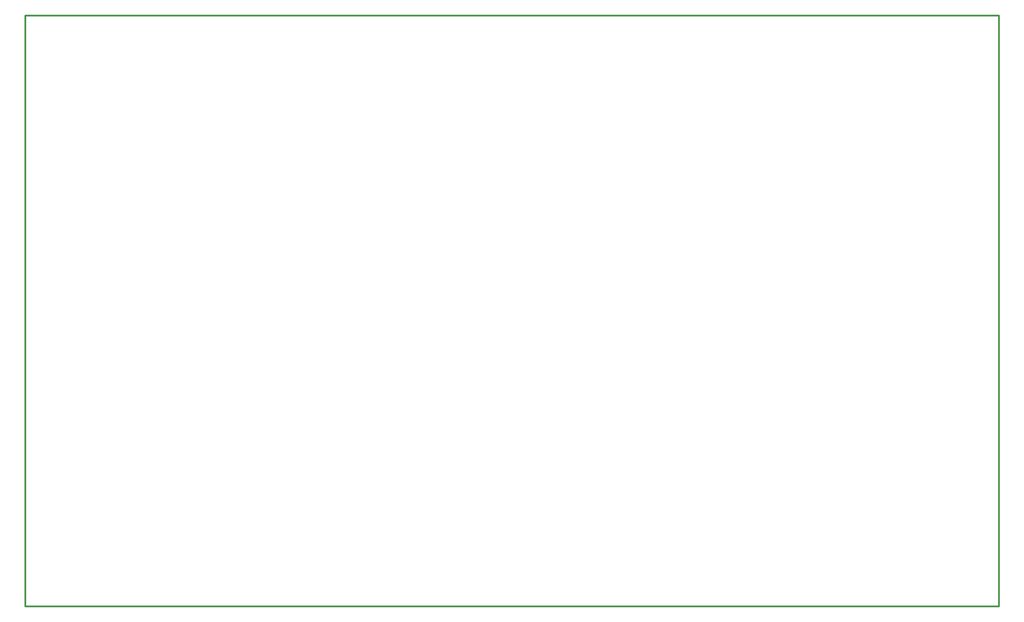
<source format=gm1>
%TF.GenerationSoftware,KiCad,Pcbnew,8.0.4*%
%TF.CreationDate,2024-09-18T10:13:05+03:00*%
%TF.ProjectId,Digital Electronic Trainer main pcb,44696769-7461-46c2-9045-6c656374726f,rev?*%
%TF.SameCoordinates,Original*%
%TF.FileFunction,Profile,NP*%
%FSLAX46Y46*%
G04 Gerber Fmt 4.6, Leading zero omitted, Abs format (unit mm)*
G04 Created by KiCad (PCBNEW 8.0.4) date 2024-09-18 10:13:05*
%MOMM*%
%LPD*%
G01*
G04 APERTURE LIST*
%TA.AperFunction,Profile*%
%ADD10C,0.500000*%
%TD*%
G04 APERTURE END LIST*
D10*
X7500000Y-6500000D02*
X287500000Y-6500000D01*
X287500000Y-176500000D01*
X7500000Y-176500000D01*
X7500000Y-6500000D01*
M02*

</source>
